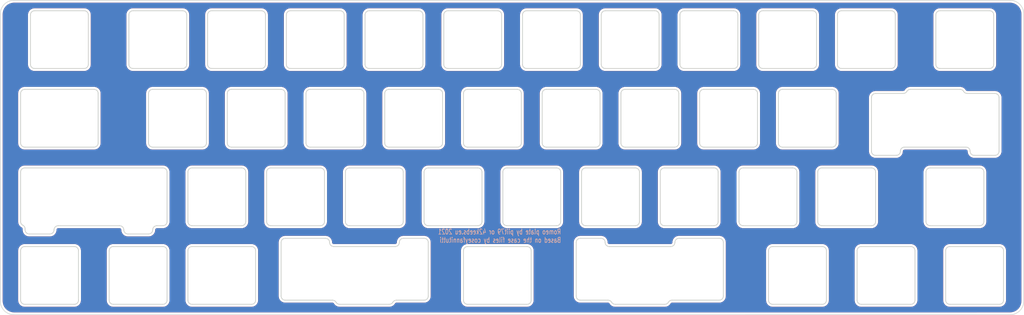
<source format=kicad_pcb>
(kicad_pcb (version 20171130) (host pcbnew 5.1.7-a382d34a8~88~ubuntu20.04.1)
  (layers (0 F.Cu signal) (31 B.Cu signal) (34 B.Paste user) (35 F.Paste user) (36 B.SilkS user) (37 F.SilkS user) (38 B.Mask user) (39 F.Mask user) (44 Edge.Cuts user))
  (net 0 "")
  (gr_text "Romeo plate by piit79 or 42keebs.eu 2021\nBased on the case files by coseyfannitutti" (at 159.4 123.3) (layer B.SilkS) (effects (font (size 1.25 0.9)) (justify left mirror)))
  (gr_line (start 136.725 87.775) (end 148.725 87.775) (layer Edge.Cuts) (width 0.2))
  (gr_line (start 193.875 87.775) (end 205.875 87.775) (layer Edge.Cuts) (width 0.2))
  (gr_arc (start 155.775 100.775) (end 154.775 100.775) (angle -90) (layer Edge.Cuts) (width 0.2))
  (gr_arc (start 37.65575 121.825) (end 37.65575 120.825) (angle -90) (layer Edge.Cuts) (width 0.2))
  (gr_arc (start 242.149199 87.775) (end 242.149199 88.775) (angle -60) (layer Edge.Cuts) (width 0.2))
  (gr_line (start 116.675 100.775) (end 116.675 88.775) (layer Edge.Cuts) (width 0.2))
  (gr_line (start 234.44325 102.775) (end 234.44325 89.775) (layer Edge.Cuts) (width 0.2))
  (gr_line (start 46.33125 101.775) (end 29.56875 101.775) (layer Edge.Cuts) (width 0.2))
  (gr_line (start 28.56875 100.775) (end 28.56875 88.775) (layer Edge.Cuts) (width 0.2))
  (gr_line (start 215.4 120.825) (end 203.4 120.825) (layer Edge.Cuts) (width 0.2))
  (gr_line (start 158.25 120.825) (end 146.25 120.825) (layer Edge.Cuts) (width 0.2))
  (gr_arc (start 117.675 88.775) (end 117.675 87.775) (angle -90) (layer Edge.Cuts) (width 0.2))
  (gr_arc (start 196.35 107.825) (end 197.35 107.825) (angle -90) (layer Edge.Cuts) (width 0.2))
  (gr_line (start 69.05 119.825) (end 69.05 107.825) (layer Edge.Cuts) (width 0.2))
  (gr_line (start 257.613301 88.775) (end 264.31925 88.775) (layer Edge.Cuts) (width 0.2))
  (gr_arc (start 29.56875 88.775) (end 29.56875 87.775) (angle -90) (layer Edge.Cuts) (width 0.2))
  (gr_arc (start 82.05 119.825) (end 82.05 120.825) (angle -90) (layer Edge.Cuts) (width 0.2))
  (gr_arc (start 139.2 107.825) (end 140.2 107.825) (angle -90) (layer Edge.Cuts) (width 0.2))
  (gr_arc (start 167.775 100.775) (end 167.775 101.775) (angle -90) (layer Edge.Cuts) (width 0.2))
  (gr_arc (start 208.1625 81.725) (end 207.1625 81.725) (angle -90) (layer Edge.Cuts) (width 0.2))
  (gr_line (start 111.9125 81.725) (end 111.9125 69.725) (layer Edge.Cuts) (width 0.2))
  (gr_arc (start 186.825 88.775) (end 187.825 88.775) (angle -90) (layer Edge.Cuts) (width 0.2))
  (gr_arc (start 205.875 88.775) (end 206.875 88.775) (angle -90) (layer Edge.Cuts) (width 0.2))
  (gr_arc (start 239.2125 81.725) (end 239.2125 82.725) (angle -90) (layer Edge.Cuts) (width 0.2))
  (gr_arc (start 74.8125 81.725) (end 73.8125 81.725) (angle -90) (layer Edge.Cuts) (width 0.2))
  (gr_arc (start 193.875 88.775) (end 193.875 87.775) (angle -90) (layer Edge.Cuts) (width 0.2))
  (gr_line (start 225.925 88.775) (end 225.925 100.775) (layer Edge.Cuts) (width 0.2))
  (gr_line (start 227.2125 68.725) (end 239.2125 68.725) (layer Edge.Cuts) (width 0.2))
  (gr_line (start 239.2125 82.725) (end 227.2125 82.725) (layer Edge.Cuts) (width 0.2))
  (gr_arc (start 227.2125 81.725) (end 226.2125 81.725) (angle -90) (layer Edge.Cuts) (width 0.2))
  (gr_arc (start 239.2125 69.725) (end 240.2125 69.725) (angle -90) (layer Edge.Cuts) (width 0.2))
  (gr_arc (start 240.44325 102.775) (end 240.44325 103.775) (angle -90) (layer Edge.Cuts) (width 0.2))
  (gr_line (start 112.9125 68.725) (end 124.9125 68.725) (layer Edge.Cuts) (width 0.2))
  (gr_line (start 35.65575 122.825) (end 30.65575 122.825) (layer Edge.Cuts) (width 0.2))
  (gr_arc (start 112.9125 81.725) (end 111.9125 81.725) (angle -90) (layer Edge.Cuts) (width 0.2))
  (gr_arc (start 35.65575 121.825) (end 35.65575 122.825) (angle -90) (layer Edge.Cuts) (width 0.2))
  (gr_line (start 264.31925 103.775) (end 259.31925 103.775) (layer Edge.Cuts) (width 0.2))
  (gr_line (start 235.44325 88.775) (end 242.149199 88.775) (layer Edge.Cuts) (width 0.2))
  (gr_arc (start 148.725 100.775) (end 148.725 101.775) (angle -90) (layer Edge.Cuts) (width 0.2))
  (gr_line (start 265.31925 89.775) (end 265.31925 102.775) (layer Edge.Cuts) (width 0.2))
  (gr_line (start 41.56875 139.875) (end 29.56875 139.875) (layer Edge.Cuts) (width 0.2))
  (gr_line (start 206.875 88.775) (end 206.875 100.775) (layer Edge.Cuts) (width 0.2))
  (gr_arc (start 46.33125 100.775) (end 46.33125 101.775) (angle -90) (layer Edge.Cuts) (width 0.2))
  (gr_line (start 183.35 119.825) (end 183.35 107.825) (layer Edge.Cuts) (width 0.2))
  (gr_line (start 216.4 107.825) (end 216.4 119.825) (layer Edge.Cuts) (width 0.2))
  (gr_line (start 89.1 106.825) (end 101.1 106.825) (layer Edge.Cuts) (width 0.2))
  (gr_arc (start 129.675 100.775) (end 129.675 101.775) (angle -90) (layer Edge.Cuts) (width 0.2))
  (gr_arc (start 146.25 119.825) (end 145.25 119.825) (angle -90) (layer Edge.Cuts) (width 0.2))
  (gr_arc (start 220.1625 81.725) (end 220.1625 82.725) (angle -90) (layer Edge.Cuts) (width 0.2))
  (gr_line (start 120.15 120.825) (end 108.15 120.825) (layer Edge.Cuts) (width 0.2))
  (gr_line (start 126.2 119.825) (end 126.2 107.825) (layer Edge.Cuts) (width 0.2))
  (gr_line (start 146.25 106.825) (end 158.25 106.825) (layer Edge.Cuts) (width 0.2))
  (gr_arc (start 224.925 88.775) (end 225.925 88.775) (angle -90) (layer Edge.Cuts) (width 0.2))
  (gr_line (start 129.675 101.775) (end 117.675 101.775) (layer Edge.Cuts) (width 0.2))
  (gr_line (start 107.15 119.825) (end 107.15 107.825) (layer Edge.Cuts) (width 0.2))
  (gr_arc (start 177.3 119.825) (end 177.3 120.825) (angle -90) (layer Edge.Cuts) (width 0.2))
  (gr_arc (start 129.675 88.775) (end 130.675 88.775) (angle -90) (layer Edge.Cuts) (width 0.2))
  (gr_line (start 202.4 119.825) (end 202.4 107.825) (layer Edge.Cuts) (width 0.2))
  (gr_arc (start 215.4 119.825) (end 215.4 120.825) (angle -90) (layer Edge.Cuts) (width 0.2))
  (gr_arc (start 212.925 88.775) (end 212.925 87.775) (angle -90) (layer Edge.Cuts) (width 0.2))
  (gr_arc (start 120.15 107.825) (end 121.15 107.825) (angle -90) (layer Edge.Cuts) (width 0.2))
  (gr_arc (start 158.25 107.825) (end 159.25 107.825) (angle -90) (layer Edge.Cuts) (width 0.2))
  (gr_arc (start 108.15 119.825) (end 107.15 119.825) (angle -90) (layer Edge.Cuts) (width 0.2))
  (gr_arc (start 120.15 119.825) (end 120.15 120.825) (angle -90) (layer Edge.Cuts) (width 0.2))
  (gr_arc (start 177.3 107.825) (end 178.3 107.825) (angle -90) (layer Edge.Cuts) (width 0.2))
  (gr_line (start 145.25 119.825) (end 145.25 107.825) (layer Edge.Cuts) (width 0.2))
  (gr_arc (start 203.4 107.825) (end 203.4 106.825) (angle -90) (layer Edge.Cuts) (width 0.2))
  (gr_line (start 108.15 106.825) (end 120.15 106.825) (layer Edge.Cuts) (width 0.2))
  (gr_line (start 212.925 87.775) (end 224.925 87.775) (layer Edge.Cuts) (width 0.2))
  (gr_arc (start 117.675 100.775) (end 116.675 100.775) (angle -90) (layer Edge.Cuts) (width 0.2))
  (gr_line (start 117.675 87.775) (end 129.675 87.775) (layer Edge.Cuts) (width 0.2))
  (gr_arc (start 146.25 107.825) (end 146.25 106.825) (angle -90) (layer Edge.Cuts) (width 0.2))
  (gr_arc (start 174.825 88.775) (end 174.825 87.775) (angle -90) (layer Edge.Cuts) (width 0.2))
  (gr_arc (start 215.4 107.825) (end 216.4 107.825) (angle -90) (layer Edge.Cuts) (width 0.2))
  (gr_arc (start 108.15 107.825) (end 108.15 106.825) (angle -90) (layer Edge.Cuts) (width 0.2))
  (gr_arc (start 101.1 119.825) (end 101.1 120.825) (angle -90) (layer Edge.Cuts) (width 0.2))
  (gr_arc (start 139.2 119.825) (end 139.2 120.825) (angle -90) (layer Edge.Cuts) (width 0.2))
  (gr_line (start 139.2 120.825) (end 127.2 120.825) (layer Edge.Cuts) (width 0.2))
  (gr_line (start 203.4 106.825) (end 215.4 106.825) (layer Edge.Cuts) (width 0.2))
  (gr_line (start 130.675 88.775) (end 130.675 100.775) (layer Edge.Cuts) (width 0.2))
  (gr_line (start 220.1625 82.725) (end 208.1625 82.725) (layer Edge.Cuts) (width 0.2))
  (gr_line (start 140.2 107.825) (end 140.2 119.825) (layer Edge.Cuts) (width 0.2))
  (gr_line (start 102.1 107.825) (end 102.1 119.825) (layer Edge.Cuts) (width 0.2))
  (gr_arc (start 127.2 119.825) (end 126.2 119.825) (angle -90) (layer Edge.Cuts) (width 0.2))
  (gr_line (start 29.56875 87.775) (end 46.33125 87.775) (layer Edge.Cuts) (width 0.2))
  (gr_arc (start 148.725 88.775) (end 149.725 88.775) (angle -90) (layer Edge.Cuts) (width 0.2))
  (gr_line (start 164.3 119.825) (end 164.3 107.825) (layer Edge.Cuts) (width 0.2))
  (gr_arc (start 29.56875 100.775) (end 28.56875 100.775) (angle -90) (layer Edge.Cuts) (width 0.2))
  (gr_arc (start 264.31925 89.775) (end 265.31925 89.775) (angle -90) (layer Edge.Cuts) (width 0.2))
  (gr_line (start 86.8125 82.725) (end 74.8125 82.725) (layer Edge.Cuts) (width 0.2))
  (gr_line (start 167.775 101.775) (end 155.775 101.775) (layer Edge.Cuts) (width 0.2))
  (gr_line (start 197.35 107.825) (end 197.35 119.825) (layer Edge.Cuts) (width 0.2))
  (gr_arc (start 46.33125 88.775) (end 47.33125 88.775) (angle -90) (layer Edge.Cuts) (width 0.2))
  (gr_arc (start 124.9125 69.725) (end 125.9125 69.725) (angle -90) (layer Edge.Cuts) (width 0.2))
  (gr_line (start 28.56875 138.875) (end 28.56875 126.875) (layer Edge.Cuts) (width 0.2))
  (gr_arc (start 112.9125 69.725) (end 112.9125 68.725) (angle -90) (layer Edge.Cuts) (width 0.2))
  (gr_arc (start 193.875 100.775) (end 192.875 100.775) (angle -90) (layer Edge.Cuts) (width 0.2))
  (gr_arc (start 29.56875 126.875) (end 29.56875 125.875) (angle -90) (layer Edge.Cuts) (width 0.2))
  (gr_line (start 88.1 119.825) (end 88.1 107.825) (layer Edge.Cuts) (width 0.2))
  (gr_line (start 168.775 88.775) (end 168.775 100.775) (layer Edge.Cuts) (width 0.2))
  (gr_line (start 224.925 101.775) (end 212.925 101.775) (layer Edge.Cuts) (width 0.2))
  (gr_arc (start 255.88125 88.775) (end 256.747276 88.275) (angle -60) (layer Edge.Cuts) (width 0.2))
  (gr_line (start 159.25 107.825) (end 159.25 119.825) (layer Edge.Cuts) (width 0.2))
  (gr_arc (start 29.56875 138.875) (end 28.56875 138.875) (angle -90) (layer Edge.Cuts) (width 0.2))
  (gr_line (start 178.3 107.825) (end 178.3 119.825) (layer Edge.Cuts) (width 0.2))
  (gr_arc (start 41.56875 126.875) (end 42.56875 126.875) (angle -90) (layer Edge.Cuts) (width 0.2))
  (gr_line (start 177.3 120.825) (end 165.3 120.825) (layer Edge.Cuts) (width 0.2))
  (gr_line (start 73.8125 81.725) (end 73.8125 69.725) (layer Edge.Cuts) (width 0.2))
  (gr_arc (start 196.35 119.825) (end 196.35 120.825) (angle -90) (layer Edge.Cuts) (width 0.2))
  (gr_line (start 186.825 101.775) (end 174.825 101.775) (layer Edge.Cuts) (width 0.2))
  (gr_line (start 42.56875 126.875) (end 42.56875 138.875) (layer Edge.Cuts) (width 0.2))
  (gr_line (start 226.2125 81.725) (end 226.2125 69.725) (layer Edge.Cuts) (width 0.2))
  (gr_arc (start 82.05 107.825) (end 83.05 107.825) (angle -90) (layer Edge.Cuts) (width 0.2))
  (gr_arc (start 72.525 100.775) (end 72.525 101.775) (angle -90) (layer Edge.Cuts) (width 0.2))
  (gr_line (start 127.20675 124.875) (end 127.20675 137.875) (layer Edge.Cuts) (width 0.2))
  (gr_arc (start 60.525 100.775) (end 59.525 100.775) (angle -90) (layer Edge.Cuts) (width 0.2))
  (gr_line (start 73.525 88.775) (end 73.525 100.775) (layer Edge.Cuts) (width 0.2))
  (gr_arc (start 72.525 88.775) (end 73.525 88.775) (angle -90) (layer Edge.Cuts) (width 0.2))
  (gr_line (start 60.525 87.775) (end 72.525 87.775) (layer Edge.Cuts) (width 0.2))
  (gr_arc (start 263.025 81.725) (end 263.025 82.725) (angle -90) (layer Edge.Cuts) (width 0.2))
  (gr_line (start 72.525 101.775) (end 60.525 101.775) (layer Edge.Cuts) (width 0.2))
  (gr_line (start 231.975 125.875) (end 243.975 125.875) (layer Edge.Cuts) (width 0.2))
  (gr_arc (start 55.7625 69.725) (end 55.7625 68.725) (angle -90) (layer Edge.Cuts) (width 0.2))
  (gr_line (start 111.625 88.775) (end 111.625 100.775) (layer Edge.Cuts) (width 0.2))
  (gr_line (start 104.33075 125.875) (end 119.20675 125.875) (layer Edge.Cuts) (width 0.2))
  (gr_arc (start 98.625 88.775) (end 98.625 87.775) (angle -90) (layer Edge.Cuts) (width 0.2))
  (gr_arc (start 104.036699 139.875) (end 104.902725 139.375) (angle -60) (layer Edge.Cuts) (width 0.2))
  (gr_line (start 98.625 87.775) (end 110.625 87.775) (layer Edge.Cuts) (width 0.2))
  (gr_arc (start 110.625 88.775) (end 111.625 88.775) (angle -90) (layer Edge.Cuts) (width 0.2))
  (gr_line (start 55.7625 68.725) (end 67.7625 68.725) (layer Edge.Cuts) (width 0.2))
  (gr_arc (start 110.625 100.775) (end 110.625 101.775) (angle -90) (layer Edge.Cuts) (width 0.2))
  (gr_arc (start 172.44375 138.875) (end 171.577725 139.375) (angle -60) (layer Edge.Cuts) (width 0.2))
  (gr_arc (start 201.1125 81.725) (end 201.1125 82.725) (angle -90) (layer Edge.Cuts) (width 0.2))
  (gr_arc (start 91.575 88.775) (end 92.575 88.775) (angle -90) (layer Edge.Cuts) (width 0.2))
  (gr_arc (start 55.7625 81.725) (end 54.7625 81.725) (angle -90) (layer Edge.Cuts) (width 0.2))
  (gr_arc (start 182.0625 81.725) (end 182.0625 82.725) (angle -90) (layer Edge.Cuts) (width 0.2))
  (gr_line (start 106.8625 69.725) (end 106.8625 81.725) (layer Edge.Cuts) (width 0.2))
  (gr_line (start 110.625 101.775) (end 98.625 101.775) (layer Edge.Cuts) (width 0.2))
  (gr_line (start 84.43125 139.875) (end 70.05 139.875) (layer Edge.Cuts) (width 0.2))
  (gr_arc (start 126.20675 124.875) (end 127.20675 124.875) (angle -90) (layer Edge.Cuts) (width 0.2))
  (gr_line (start 68.7625 69.725) (end 68.7625 81.725) (layer Edge.Cuts) (width 0.2))
  (gr_arc (start 52.53175 121.825) (end 53.53175 121.825) (angle -90) (layer Edge.Cuts) (width 0.2))
  (gr_line (start 104.036699 138.875) (end 92.60625 138.875) (layer Edge.Cuts) (width 0.2))
  (gr_arc (start 105.8625 81.725) (end 105.8625 82.725) (angle -90) (layer Edge.Cuts) (width 0.2))
  (gr_arc (start 98.625 100.775) (end 97.625 100.775) (angle -90) (layer Edge.Cuts) (width 0.2))
  (gr_arc (start 164.00575 124.875) (end 164.00575 123.875) (angle -90) (layer Edge.Cuts) (width 0.2))
  (gr_line (start 151.0125 68.725) (end 163.0125 68.725) (layer Edge.Cuts) (width 0.2))
  (gr_line (start 121.15 107.825) (end 121.15 119.825) (layer Edge.Cuts) (width 0.2))
  (gr_arc (start 227.2125 69.725) (end 227.2125 68.725) (angle -90) (layer Edge.Cuts) (width 0.2))
  (gr_line (start 31.95 68.725) (end 43.95 68.725) (layer Edge.Cuts) (width 0.2))
  (gr_arc (start 201.1125 69.725) (end 202.1125 69.725) (angle -90) (layer Edge.Cuts) (width 0.2))
  (gr_line (start 105.8625 82.725) (end 93.8625 82.725) (layer Edge.Cuts) (width 0.2))
  (gr_line (start 163.00575 137.875) (end 163.00575 124.875) (layer Edge.Cuts) (width 0.2))
  (gr_arc (start 222.45 119.825) (end 221.45 119.825) (angle -90) (layer Edge.Cuts) (width 0.2))
  (gr_arc (start 119.500801 139.875) (end 119.500801 138.875) (angle -60) (layer Edge.Cuts) (width 0.2))
  (gr_arc (start 84.43125 126.875) (end 85.43125 126.875) (angle -90) (layer Edge.Cuts) (width 0.2))
  (gr_line (start 43.95 82.725) (end 31.95 82.725) (layer Edge.Cuts) (width 0.2))
  (gr_arc (start 184.35 119.825) (end 183.35 119.825) (angle -90) (layer Edge.Cuts) (width 0.2))
  (gr_line (start 211.925 100.775) (end 211.925 88.775) (layer Edge.Cuts) (width 0.2))
  (gr_line (start 263.025 82.725) (end 251.025 82.725) (layer Edge.Cuts) (width 0.2))
  (gr_line (start 59.525 100.775) (end 59.525 88.775) (layer Edge.Cuts) (width 0.2))
  (gr_line (start 83.05 107.825) (end 83.05 119.825) (layer Edge.Cuts) (width 0.2))
  (gr_line (start 54.7625 81.725) (end 54.7625 69.725) (layer Edge.Cuts) (width 0.2))
  (gr_line (start 97.625 100.775) (end 97.625 88.775) (layer Edge.Cuts) (width 0.2))
  (gr_line (start 221.1625 69.725) (end 221.1625 81.725) (layer Edge.Cuts) (width 0.2))
  (gr_line (start 187.825 88.775) (end 187.825 100.775) (layer Edge.Cuts) (width 0.2))
  (gr_line (start 143.9625 82.725) (end 131.9625 82.725) (layer Edge.Cuts) (width 0.2))
  (gr_arc (start 43.95 69.725) (end 44.95 69.725) (angle -90) (layer Edge.Cuts) (width 0.2))
  (gr_arc (start 253.40625 126.875) (end 253.40625 125.875) (angle -90) (layer Edge.Cuts) (width 0.2))
  (gr_line (start 253.40625 125.875) (end 265.40625 125.875) (layer Edge.Cuts) (width 0.2))
  (gr_line (start 135.725 138.875) (end 135.725 126.875) (layer Edge.Cuts) (width 0.2))
  (gr_arc (start 163.0125 81.725) (end 163.0125 82.725) (angle -90) (layer Edge.Cuts) (width 0.2))
  (gr_line (start 67.7625 82.725) (end 55.7625 82.725) (layer Edge.Cuts) (width 0.2))
  (gr_arc (start 174.825 100.775) (end 173.825 100.775) (angle -90) (layer Edge.Cuts) (width 0.2))
  (gr_arc (start 101.1 107.825) (end 102.1 107.825) (angle -90) (layer Edge.Cuts) (width 0.2))
  (gr_arc (start 251.025 81.725) (end 250.025 81.725) (angle -90) (layer Edge.Cuts) (width 0.2))
  (gr_arc (start 79.575 100.775) (end 78.575 100.775) (angle -90) (layer Edge.Cuts) (width 0.2))
  (gr_line (start 173.825 100.775) (end 173.825 88.775) (layer Edge.Cuts) (width 0.2))
  (gr_line (start 207.1625 81.725) (end 207.1625 69.725) (layer Edge.Cuts) (width 0.2))
  (gr_line (start 250.025 81.725) (end 250.025 69.725) (layer Edge.Cuts) (width 0.2))
  (gr_arc (start 136.725 88.775) (end 136.725 87.775) (angle -90) (layer Edge.Cuts) (width 0.2))
  (gr_line (start 235.45 107.825) (end 235.45 119.825) (layer Edge.Cuts) (width 0.2))
  (gr_arc (start 170.0625 69.725) (end 170.0625 68.725) (angle -90) (layer Edge.Cuts) (width 0.2))
  (gr_arc (start 265.40625 126.875) (end 266.40625 126.875) (angle -90) (layer Edge.Cuts) (width 0.2))
  (gr_line (start 205.875 101.775) (end 193.875 101.775) (layer Edge.Cuts) (width 0.2))
  (gr_line (start 183.0625 69.725) (end 183.0625 81.725) (layer Edge.Cuts) (width 0.2))
  (gr_arc (start 212.925 100.775) (end 211.925 100.775) (angle -90) (layer Edge.Cuts) (width 0.2))
  (gr_line (start 182.0625 82.725) (end 170.0625 82.725) (layer Edge.Cuts) (width 0.2))
  (gr_line (start 92.575 88.775) (end 92.575 100.775) (layer Edge.Cuts) (width 0.2))
  (gr_line (start 92.60625 123.875) (end 102.33075 123.875) (layer Edge.Cuts) (width 0.2))
  (gr_arc (start 231.975 138.875) (end 230.975 138.875) (angle -90) (layer Edge.Cuts) (width 0.2))
  (gr_line (start 192.875 100.775) (end 192.875 88.775) (layer Edge.Cuts) (width 0.2))
  (gr_line (start 29.56875 125.875) (end 41.56875 125.875) (layer Edge.Cuts) (width 0.2))
  (gr_line (start 266.40625 126.875) (end 266.40625 138.875) (layer Edge.Cuts) (width 0.2))
  (gr_arc (start 265.40625 138.875) (end 265.40625 139.875) (angle -90) (layer Edge.Cuts) (width 0.2))
  (gr_line (start 243.88125 87.775) (end 255.88125 87.775) (layer Edge.Cuts) (width 0.2))
  (gr_arc (start 165.3 119.825) (end 164.3 119.825) (angle -90) (layer Edge.Cuts) (width 0.2))
  (gr_arc (start 61.53175 121.825) (end 61.53175 120.825) (angle -90) (layer Edge.Cuts) (width 0.2))
  (gr_arc (start 63 107.825) (end 64 107.825) (angle -90) (layer Edge.Cuts) (width 0.2))
  (gr_arc (start 170.0625 81.725) (end 169.0625 81.725) (angle -90) (layer Edge.Cuts) (width 0.2))
  (gr_line (start 85.43125 126.875) (end 85.43125 138.875) (layer Edge.Cuts) (width 0.2))
  (gr_arc (start 136.725 138.875) (end 135.725 138.875) (angle -90) (layer Edge.Cuts) (width 0.2))
  (gr_arc (start 59.53175 121.825) (end 59.53175 122.825) (angle -90) (layer Edge.Cuts) (width 0.2))
  (gr_arc (start 29.56875 107.825) (end 29.56875 106.825) (angle -90) (layer Edge.Cuts) (width 0.2))
  (gr_line (start 210.54375 125.875) (end 222.54375 125.875) (layer Edge.Cuts) (width 0.2))
  (gr_line (start 171.00575 125.875) (end 185.88175 125.875) (layer Edge.Cuts) (width 0.2))
  (gr_line (start 252.40625 138.875) (end 252.40625 126.875) (layer Edge.Cuts) (width 0.2))
  (gr_arc (start 197.60625 124.875) (end 198.60625 124.875) (angle -90) (layer Edge.Cuts) (width 0.2))
  (gr_arc (start 63 126.875) (end 64 126.875) (angle -90) (layer Edge.Cuts) (width 0.2))
  (gr_arc (start 136.725 126.875) (end 136.725 125.875) (angle -90) (layer Edge.Cuts) (width 0.2))
  (gr_line (start 144.9625 69.725) (end 144.9625 81.725) (layer Edge.Cuts) (width 0.2))
  (gr_arc (start 60.525 88.775) (end 60.525 87.775) (angle -90) (layer Edge.Cuts) (width 0.2))
  (gr_line (start 164.0125 69.725) (end 164.0125 81.725) (layer Edge.Cuts) (width 0.2))
  (gr_line (start 264.025 69.725) (end 264.025 81.725) (layer Edge.Cuts) (width 0.2))
  (gr_arc (start 208.1625 69.725) (end 208.1625 68.725) (angle -90) (layer Edge.Cuts) (width 0.2))
  (gr_arc (start 248.64375 107.825) (end 248.64375 106.825) (angle -90) (layer Edge.Cuts) (width 0.2))
  (gr_arc (start 79.575 88.775) (end 79.575 87.775) (angle -90) (layer Edge.Cuts) (width 0.2))
  (gr_line (start 169.0625 81.725) (end 169.0625 69.725) (layer Edge.Cuts) (width 0.2))
  (gr_arc (start 263.025 69.725) (end 264.025 69.725) (angle -90) (layer Edge.Cuts) (width 0.2))
  (gr_arc (start 91.575 100.775) (end 91.575 101.775) (angle -90) (layer Edge.Cuts) (width 0.2))
  (gr_line (start 247.64375 119.825) (end 247.64375 107.825) (layer Edge.Cuts) (width 0.2))
  (gr_arc (start 151.10625 138.875) (end 151.10625 139.875) (angle -90) (layer Edge.Cuts) (width 0.2))
  (gr_line (start 91.60625 137.875) (end 91.60625 124.875) (layer Edge.Cuts) (width 0.2))
  (gr_line (start 74.8125 68.725) (end 86.8125 68.725) (layer Edge.Cuts) (width 0.2))
  (gr_arc (start 224.925 100.775) (end 224.925 101.775) (angle -90) (layer Edge.Cuts) (width 0.2))
  (gr_line (start 251.025 68.725) (end 263.025 68.725) (layer Edge.Cuts) (width 0.2))
  (gr_arc (start 231.975 126.875) (end 231.975 125.875) (angle -90) (layer Edge.Cuts) (width 0.2))
  (gr_arc (start 143.9625 69.725) (end 144.9625 69.725) (angle -90) (layer Edge.Cuts) (width 0.2))
  (gr_arc (start 86.8125 81.725) (end 86.8125 82.725) (angle -90) (layer Edge.Cuts) (width 0.2))
  (gr_arc (start 31.95 69.725) (end 31.95 68.725) (angle -90) (layer Edge.Cuts) (width 0.2))
  (gr_line (start 184.44375 139.875) (end 172.44375 139.875) (layer Edge.Cuts) (width 0.2))
  (gr_arc (start 89.1 107.825) (end 89.1 106.825) (angle -90) (layer Edge.Cuts) (width 0.2))
  (gr_line (start 63 120.825) (end 61.53175 120.825) (layer Edge.Cuts) (width 0.2))
  (gr_line (start 47.33125 88.775) (end 47.33125 100.775) (layer Edge.Cuts) (width 0.2))
  (gr_arc (start 251.025 69.725) (end 251.025 68.725) (angle -90) (layer Edge.Cuts) (width 0.2))
  (gr_line (start 29.56875 106.825) (end 63 106.825) (layer Edge.Cuts) (width 0.2))
  (gr_arc (start 51 126.875) (end 51 125.875) (angle -90) (layer Edge.Cuts) (width 0.2))
  (gr_line (start 244.975 126.875) (end 244.975 138.875) (layer Edge.Cuts) (width 0.2))
  (gr_line (start 174.825 87.775) (end 186.825 87.775) (layer Edge.Cuts) (width 0.2))
  (gr_line (start 87.8125 69.725) (end 87.8125 81.725) (layer Edge.Cuts) (width 0.2))
  (gr_arc (start 86.8125 69.725) (end 87.8125 69.725) (angle -90) (layer Edge.Cuts) (width 0.2))
  (gr_arc (start 243.975 126.875) (end 244.975 126.875) (angle -90) (layer Edge.Cuts) (width 0.2))
  (gr_line (start 222.45 106.825) (end 234.45 106.825) (layer Edge.Cuts) (width 0.2))
  (gr_line (start 70.05 106.825) (end 82.05 106.825) (layer Edge.Cuts) (width 0.2))
  (gr_arc (start 104.33075 124.875) (end 103.33075 124.875) (angle -90) (layer Edge.Cuts) (width 0.2))
  (gr_arc (start 74.8125 69.725) (end 74.8125 68.725) (angle -90) (layer Edge.Cuts) (width 0.2))
  (gr_arc (start 151.0125 81.725) (end 150.0125 81.725) (angle -90) (layer Edge.Cuts) (width 0.2))
  (gr_line (start 64 107.825) (end 64 119.825) (layer Edge.Cuts) (width 0.2))
  (gr_line (start 149.725 88.775) (end 149.725 100.775) (layer Edge.Cuts) (width 0.2))
  (gr_line (start 170.0625 68.725) (end 182.0625 68.725) (layer Edge.Cuts) (width 0.2))
  (gr_arc (start 92.60625 124.875) (end 92.60625 123.875) (angle -90) (layer Edge.Cuts) (width 0.2))
  (gr_line (start 79.575 87.775) (end 91.575 87.775) (layer Edge.Cuts) (width 0.2))
  (gr_line (start 59.53175 122.825) (end 54.53175 122.825) (layer Edge.Cuts) (width 0.2))
  (gr_line (start 101.1 120.825) (end 89.1 120.825) (layer Edge.Cuts) (width 0.2))
  (gr_arc (start 264.31925 102.775) (end 264.31925 103.775) (angle -90) (layer Edge.Cuts) (width 0.2))
  (gr_line (start 196.35 120.825) (end 184.35 120.825) (layer Edge.Cuts) (width 0.2))
  (gr_line (start 125.9125 69.725) (end 125.9125 81.725) (layer Edge.Cuts) (width 0.2))
  (gr_arc (start 124.9125 81.725) (end 124.9125 82.725) (angle -90) (layer Edge.Cuts) (width 0.2))
  (gr_arc (start 54.53175 121.825) (end 53.53175 121.825) (angle -90) (layer Edge.Cuts) (width 0.2))
  (gr_arc (start 28.65575 121.604447) (end 29.65575 121.604447) (angle -62.83851153) (layer Edge.Cuts) (width 0.2))
  (gr_arc (start 257.613301 87.775) (end 256.747276 88.275) (angle -60) (layer Edge.Cuts) (width 0.2))
  (gr_arc (start 242.44325 102.775) (end 242.44325 101.775) (angle -90) (layer Edge.Cuts) (width 0.2))
  (gr_line (start 257.31925 101.775) (end 242.44325 101.775) (layer Edge.Cuts) (width 0.2))
  (gr_line (start 240.44325 103.775) (end 235.44325 103.775) (layer Edge.Cuts) (width 0.2))
  (gr_arc (start 235.44325 89.775) (end 235.44325 88.775) (angle -90) (layer Edge.Cuts) (width 0.2))
  (gr_arc (start 259.31925 102.775) (end 258.31925 102.775) (angle -90) (layer Edge.Cuts) (width 0.2))
  (gr_line (start 240.2125 69.725) (end 240.2125 81.725) (layer Edge.Cuts) (width 0.2))
  (gr_arc (start 167.775 88.775) (end 168.775 88.775) (angle -90) (layer Edge.Cuts) (width 0.2))
  (gr_arc (start 203.4 119.825) (end 202.4 119.825) (angle -90) (layer Edge.Cuts) (width 0.2))
  (gr_line (start 187.88175 123.875) (end 197.60625 123.875) (layer Edge.Cuts) (width 0.2))
  (gr_arc (start 235.44325 102.775) (end 234.44325 102.775) (angle -90) (layer Edge.Cuts) (width 0.2))
  (gr_arc (start 186.825 100.775) (end 186.825 101.775) (angle -90) (layer Edge.Cuts) (width 0.2))
  (gr_line (start 82.05 120.825) (end 70.05 120.825) (layer Edge.Cuts) (width 0.2))
  (gr_line (start 28.56875 119.825) (end 28.56875 107.825) (layer Edge.Cuts) (width 0.2))
  (gr_arc (start 70.05 107.825) (end 70.05 106.825) (angle -90) (layer Edge.Cuts) (width 0.2))
  (gr_arc (start 257.31925 102.775) (end 258.31925 102.775) (angle -90) (layer Edge.Cuts) (width 0.2))
  (gr_arc (start 165.3 107.825) (end 165.3 106.825) (angle -90) (layer Edge.Cuts) (width 0.2))
  (gr_line (start 189.1125 68.725) (end 201.1125 68.725) (layer Edge.Cuts) (width 0.2))
  (gr_arc (start 220.1625 69.725) (end 221.1625 69.725) (angle -90) (layer Edge.Cuts) (width 0.2))
  (gr_line (start 69.05 138.875) (end 69.05 126.875) (layer Edge.Cuts) (width 0.2))
  (gr_arc (start 93.8625 81.725) (end 92.8625 81.725) (angle -90) (layer Edge.Cuts) (width 0.2))
  (gr_line (start 184.35 106.825) (end 196.35 106.825) (layer Edge.Cuts) (width 0.2))
  (gr_line (start 222.54375 139.875) (end 210.54375 139.875) (layer Edge.Cuts) (width 0.2))
  (gr_arc (start 163.0125 69.725) (end 164.0125 69.725) (angle -90) (layer Edge.Cuts) (width 0.2))
  (gr_line (start 202.1125 69.725) (end 202.1125 81.725) (layer Edge.Cuts) (width 0.2))
  (gr_line (start 64 126.875) (end 64 138.875) (layer Edge.Cuts) (width 0.2))
  (gr_line (start 51 125.875) (end 63 125.875) (layer Edge.Cuts) (width 0.2))
  (gr_line (start 70.05 125.875) (end 84.43125 125.875) (layer Edge.Cuts) (width 0.2))
  (gr_arc (start 170.711699 139.875) (end 171.577725 139.375) (angle -60) (layer Edge.Cuts) (width 0.2))
  (gr_arc (start 210.54375 138.875) (end 209.54375 138.875) (angle -90) (layer Edge.Cuts) (width 0.2))
  (gr_line (start 152.10625 126.875) (end 152.10625 138.875) (layer Edge.Cuts) (width 0.2))
  (gr_arc (start 143.9625 81.725) (end 143.9625 82.725) (angle -90) (layer Edge.Cuts) (width 0.2))
  (gr_arc (start 51 138.875) (end 50 138.875) (angle -90) (layer Edge.Cuts) (width 0.2))
  (gr_arc (start 92.60625 137.875) (end 91.60625 137.875) (angle -90) (layer Edge.Cuts) (width 0.2))
  (gr_arc (start 93.8625 69.725) (end 93.8625 68.725) (angle -90) (layer Edge.Cuts) (width 0.2))
  (gr_line (start 126.20675 138.875) (end 119.500801 138.875) (layer Edge.Cuts) (width 0.2))
  (gr_line (start 209.54375 138.875) (end 209.54375 126.875) (layer Edge.Cuts) (width 0.2))
  (gr_line (start 93.8625 68.725) (end 105.8625 68.725) (layer Edge.Cuts) (width 0.2))
  (gr_line (start 248.64375 106.825) (end 260.64375 106.825) (layer Edge.Cuts) (width 0.2))
  (gr_line (start 155.775 87.775) (end 167.775 87.775) (layer Edge.Cuts) (width 0.2))
  (gr_line (start 197.60625 138.875) (end 186.175801 138.875) (layer Edge.Cuts) (width 0.2))
  (gr_line (start 201.1125 82.725) (end 189.1125 82.725) (layer Edge.Cuts) (width 0.2))
  (gr_line (start 170.711699 138.875) (end 164.00575 138.875) (layer Edge.Cuts) (width 0.2))
  (gr_arc (start 105.76875 138.875) (end 104.902725 139.375) (angle -60) (layer Edge.Cuts) (width 0.2))
  (gr_arc (start 234.45 119.825) (end 234.45 120.825) (angle -90) (layer Edge.Cuts) (width 0.2))
  (gr_arc (start 63 119.825) (end 63 120.825) (angle -90) (layer Edge.Cuts) (width 0.2))
  (gr_arc (start 189.1125 69.725) (end 189.1125 68.725) (angle -90) (layer Edge.Cuts) (width 0.2))
  (gr_arc (start 89.1 119.825) (end 88.1 119.825) (angle -90) (layer Edge.Cuts) (width 0.2))
  (gr_line (start 150.0125 81.725) (end 150.0125 69.725) (layer Edge.Cuts) (width 0.2))
  (gr_line (start 261.64375 107.825) (end 261.64375 119.825) (layer Edge.Cuts) (width 0.2))
  (gr_line (start 78.575 100.775) (end 78.575 88.775) (layer Edge.Cuts) (width 0.2))
  (gr_line (start 121.20675 123.875) (end 126.20675 123.875) (layer Edge.Cuts) (width 0.2))
  (gr_arc (start 29.56875 119.825) (end 28.56875 119.825) (angle -62.83851153) (layer Edge.Cuts) (width 0.2))
  (gr_arc (start 41.56875 138.875) (end 41.56875 139.875) (angle -90) (layer Edge.Cuts) (width 0.2))
  (gr_arc (start 222.45 107.825) (end 222.45 106.825) (angle -90) (layer Edge.Cuts) (width 0.2))
  (gr_arc (start 70.05 126.875) (end 70.05 125.875) (angle -90) (layer Edge.Cuts) (width 0.2))
  (gr_arc (start 222.54375 138.875) (end 222.54375 139.875) (angle -90) (layer Edge.Cuts) (width 0.2))
  (gr_arc (start 84.43125 138.875) (end 84.43125 139.875) (angle -90) (layer Edge.Cuts) (width 0.2))
  (gr_line (start 163.0125 82.725) (end 151.0125 82.725) (layer Edge.Cuts) (width 0.2))
  (gr_line (start 151.10625 139.875) (end 136.725 139.875) (layer Edge.Cuts) (width 0.2))
  (gr_line (start 131.9625 68.725) (end 143.9625 68.725) (layer Edge.Cuts) (width 0.2))
  (gr_line (start 234.45 120.825) (end 222.45 120.825) (layer Edge.Cuts) (width 0.2))
  (gr_arc (start 197.60625 137.875) (end 197.60625 138.875) (angle -90) (layer Edge.Cuts) (width 0.2))
  (gr_arc (start 151.10625 126.875) (end 152.10625 126.875) (angle -90) (layer Edge.Cuts) (width 0.2))
  (gr_line (start 136.725 125.875) (end 151.10625 125.875) (layer Edge.Cuts) (width 0.2))
  (gr_line (start 164.00575 123.875) (end 169.00575 123.875) (layer Edge.Cuts) (width 0.2))
  (gr_arc (start 182.0625 69.725) (end 183.0625 69.725) (angle -90) (layer Edge.Cuts) (width 0.2))
  (gr_arc (start 67.7625 69.725) (end 68.7625 69.725) (angle -90) (layer Edge.Cuts) (width 0.2))
  (gr_arc (start 186.175801 139.875) (end 186.175801 138.875) (angle -60) (layer Edge.Cuts) (width 0.2))
  (gr_arc (start 248.64375 119.825) (end 247.64375 119.825) (angle -90) (layer Edge.Cuts) (width 0.2))
  (gr_line (start 124.9125 82.725) (end 112.9125 82.725) (layer Edge.Cuts) (width 0.2))
  (gr_arc (start 234.45 107.825) (end 235.45 107.825) (angle -90) (layer Edge.Cuts) (width 0.2))
  (gr_line (start 260.64375 120.825) (end 248.64375 120.825) (layer Edge.Cuts) (width 0.2))
  (gr_arc (start 222.54375 126.875) (end 223.54375 126.875) (angle -90) (layer Edge.Cuts) (width 0.2))
  (gr_arc (start 31.95 81.725) (end 30.95 81.725) (angle -90) (layer Edge.Cuts) (width 0.2))
  (gr_arc (start 105.8625 69.725) (end 106.8625 69.725) (angle -90) (layer Edge.Cuts) (width 0.2))
  (gr_line (start 117.76875 139.875) (end 105.76875 139.875) (layer Edge.Cuts) (width 0.2))
  (gr_line (start 165.3 106.825) (end 177.3 106.825) (layer Edge.Cuts) (width 0.2))
  (gr_arc (start 121.20675 124.875) (end 121.20675 123.875) (angle -90) (layer Edge.Cuts) (width 0.2))
  (gr_arc (start 151.0125 69.725) (end 151.0125 68.725) (angle -90) (layer Edge.Cuts) (width 0.2))
  (gr_line (start 265.40625 139.875) (end 253.40625 139.875) (layer Edge.Cuts) (width 0.2))
  (gr_arc (start 155.775 88.775) (end 155.775 87.775) (angle -90) (layer Edge.Cuts) (width 0.2))
  (gr_arc (start 260.64375 119.825) (end 260.64375 120.825) (angle -90) (layer Edge.Cuts) (width 0.2))
  (gr_arc (start 260.64375 107.825) (end 261.64375 107.825) (angle -90) (layer Edge.Cuts) (width 0.2))
  (gr_arc (start 189.1125 81.725) (end 188.1125 81.725) (angle -90) (layer Edge.Cuts) (width 0.2))
  (gr_line (start 221.45 119.825) (end 221.45 107.825) (layer Edge.Cuts) (width 0.2))
  (gr_line (start 63 139.875) (end 51 139.875) (layer Edge.Cuts) (width 0.2))
  (gr_arc (start 119.20675 124.875) (end 119.20675 125.875) (angle -90) (layer Edge.Cuts) (width 0.2))
  (gr_arc (start 171.00575 124.875) (end 170.00575 124.875) (angle -90) (layer Edge.Cuts) (width 0.2))
  (gr_arc (start 205.875 100.775) (end 205.875 101.775) (angle -90) (layer Edge.Cuts) (width 0.2))
  (gr_line (start 198.60625 124.875) (end 198.60625 137.875) (layer Edge.Cuts) (width 0.2))
  (gr_arc (start 210.54375 126.875) (end 210.54375 125.875) (angle -90) (layer Edge.Cuts) (width 0.2))
  (gr_arc (start 131.9625 69.725) (end 131.9625 68.725) (angle -90) (layer Edge.Cuts) (width 0.2))
  (gr_line (start 44.95 69.725) (end 44.95 81.725) (layer Edge.Cuts) (width 0.2))
  (gr_arc (start 30.65575 121.825) (end 29.65575 121.825) (angle -90) (layer Edge.Cuts) (width 0.2))
  (gr_arc (start 184.44375 138.875) (end 184.44375 139.875) (angle -60) (layer Edge.Cuts) (width 0.2))
  (gr_arc (start 253.40625 138.875) (end 252.40625 138.875) (angle -90) (layer Edge.Cuts) (width 0.2))
  (gr_arc (start 43.95 81.725) (end 43.95 82.725) (angle -90) (layer Edge.Cuts) (width 0.2))
  (gr_line (start 223.54375 126.875) (end 223.54375 138.875) (layer Edge.Cuts) (width 0.2))
  (gr_line (start 52.53175 120.825) (end 37.65575 120.825) (layer Edge.Cuts) (width 0.2))
  (gr_line (start 148.725 101.775) (end 136.725 101.775) (layer Edge.Cuts) (width 0.2))
  (gr_arc (start 243.975 138.875) (end 243.975 139.875) (angle -90) (layer Edge.Cuts) (width 0.2))
  (gr_arc (start 127.2 107.825) (end 127.2 106.825) (angle -90) (layer Edge.Cuts) (width 0.2))
  (gr_line (start 230.975 138.875) (end 230.975 126.875) (layer Edge.Cuts) (width 0.2))
  (gr_arc (start 131.9625 81.725) (end 130.9625 81.725) (angle -90) (layer Edge.Cuts) (width 0.2))
  (gr_line (start 30.95 81.725) (end 30.95 69.725) (layer Edge.Cuts) (width 0.2))
  (gr_arc (start 70.05 138.875) (end 69.05 138.875) (angle -90) (layer Edge.Cuts) (width 0.2))
  (gr_line (start 91.575 101.775) (end 79.575 101.775) (layer Edge.Cuts) (width 0.2))
  (gr_line (start 130.9625 81.725) (end 130.9625 69.725) (layer Edge.Cuts) (width 0.2))
  (gr_arc (start 102.33075 124.875) (end 103.33075 124.875) (angle -90) (layer Edge.Cuts) (width 0.2))
  (gr_line (start 243.975 139.875) (end 231.975 139.875) (layer Edge.Cuts) (width 0.2))
  (gr_arc (start 184.35 107.825) (end 184.35 106.825) (angle -90) (layer Edge.Cuts) (width 0.2))
  (gr_arc (start 117.76875 138.875) (end 117.76875 139.875) (angle -60) (layer Edge.Cuts) (width 0.2))
  (gr_line (start 50 138.875) (end 50 126.875) (layer Edge.Cuts) (width 0.2))
  (gr_arc (start 126.20675 137.875) (end 126.20675 138.875) (angle -90) (layer Edge.Cuts) (width 0.2))
  (gr_arc (start 187.88175 124.875) (end 187.88175 123.875) (angle -90) (layer Edge.Cuts) (width 0.2))
  (gr_arc (start 243.88125 88.775) (end 243.88125 87.775) (angle -60) (layer Edge.Cuts) (width 0.2))
  (gr_line (start 208.1625 68.725) (end 220.1625 68.725) (layer Edge.Cuts) (width 0.2))
  (gr_arc (start 63 138.875) (end 63 139.875) (angle -90) (layer Edge.Cuts) (width 0.2))
  (gr_line (start 92.8625 81.725) (end 92.8625 69.725) (layer Edge.Cuts) (width 0.2))
  (gr_arc (start 164.00575 137.875) (end 163.00575 137.875) (angle -90) (layer Edge.Cuts) (width 0.2))
  (gr_line (start 29.65575 121.825) (end 29.65575 121.604447) (layer Edge.Cuts) (width 0.2))
  (gr_arc (start 67.7625 81.725) (end 67.7625 82.725) (angle -90) (layer Edge.Cuts) (width 0.2))
  (gr_arc (start 169.00575 124.875) (end 170.00575 124.875) (angle -90) (layer Edge.Cuts) (width 0.2))
  (gr_line (start 188.1125 81.725) (end 188.1125 69.725) (layer Edge.Cuts) (width 0.2))
  (gr_arc (start 185.88175 124.875) (end 185.88175 125.875) (angle -90) (layer Edge.Cuts) (width 0.2))
  (gr_line (start 135.725 100.775) (end 135.725 88.775) (layer Edge.Cuts) (width 0.2))
  (gr_line (start 154.775 100.775) (end 154.775 88.775) (layer Edge.Cuts) (width 0.2))
  (gr_arc (start 158.25 119.825) (end 158.25 120.825) (angle -90) (layer Edge.Cuts) (width 0.2))
  (gr_arc (start 70.05 119.825) (end 69.05 119.825) (angle -90) (layer Edge.Cuts) (width 0.2))
  (gr_line (start 127.2 106.825) (end 139.2 106.825) (layer Edge.Cuts) (width 0.2))
  (gr_arc (start 136.725 100.775) (end 135.725 100.775) (angle -90) (layer Edge.Cuts) (width 0.2))
  (gr_arc (start 26.96081 69.505809) (end 26.95781 66.19875) (angle -90) (layer Edge.Cuts) (width 0.15))
  (gr_arc (start 267.996691 69.50581) (end 271.30375 69.50281) (angle -90) (layer Edge.Cuts) (width 0.15))
  (gr_line (start 26.95781 66.19875) (end 267.993691 66.198751) (layer Edge.Cuts) (width 0.15))
  (gr_line (start 271.303749 139.088691) (end 271.30375 69.50281) (layer Edge.Cuts) (width 0.15))
  (gr_line (start 23.653751 69.508809) (end 23.65375 139.09675) (layer Edge.Cuts) (width 0.15))
  (gr_line (start 26.963809 142.400809) (end 267.99969 142.39875) (layer Edge.Cuts) (width 0.15))
  (gr_arc (start 267.99669 139.091691) (end 267.99969 142.39875) (angle -90) (layer Edge.Cuts) (width 0.15))
  (gr_arc (start 26.960809 139.09375) (end 23.65375 139.09675) (angle -90) (layer Edge.Cuts) (width 0.15))
  (zone (net 0) (net_name "") (layer F.Cu) (connect_pads (clearance 0.508)) (min_thickness 0.254) (fill yes (arc_segments 32) (thermal_gap 0.508) (thermal_bridge_width 0.508))
    (polygon (pts (xy 23.67915 66.2) (xy 271.35455 66.2) (xy 271.35455 142.44955) (xy 23.62835 142.42415)))
  )
  (zone (net 0) (net_name "") (layer B.Cu) (connect_pads (clearance 0.508)) (min_thickness 0.254) (fill yes (arc_segments 32) (thermal_gap 0.508) (thermal_bridge_width 0.508))
    (polygon (pts (xy 23.67915 66.2) (xy 271.35455 66.2) (xy 271.35455 142.44955) (xy 23.62835 142.42415)))
  )
)
</source>
